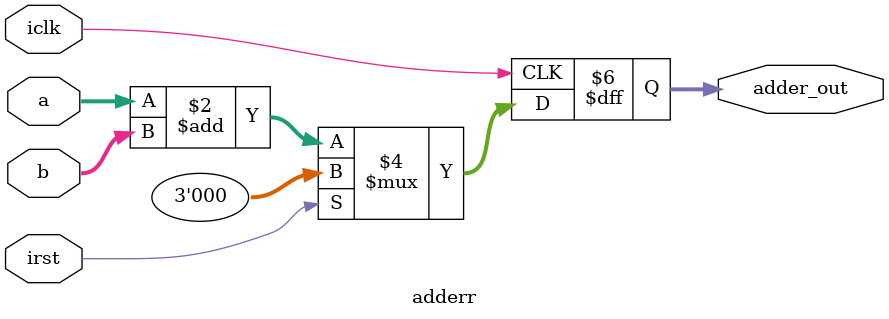
<source format=v>
`timescale 1ns / 1ps


module adderr(
    input wire [2:0]a,
    input wire [2:0]b,
	input wire iclk,
    input wire irst,
    output  reg [2:0] adder_out
    );

always @(posedge iclk)
begin
    if(irst)
    begin
        adder_out<=0; 
    end 
    else
    begin 
        adder_out<= a+b;
    end
end

endmodule
</source>
